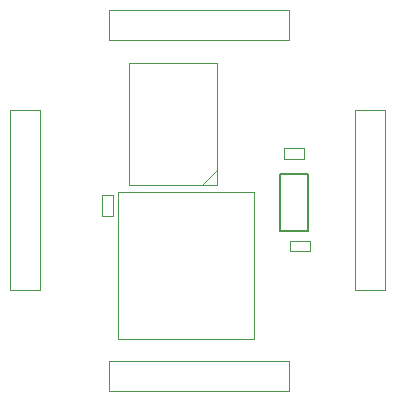
<source format=gbr>
G04*
G04 #@! TF.GenerationSoftware,Altium Limited,Altium Designer,25.8.1 (18)*
G04*
G04 Layer_Color=16711935*
%FSLAX25Y25*%
%MOIN*%
G70*
G04*
G04 #@! TF.SameCoordinates,8B26A7FC-FD43-4694-A22A-0022FF1C5016*
G04*
G04*
G04 #@! TF.FilePolarity,Positive*
G04*
G01*
G75*
%ADD10C,0.00787*%
%ADD11C,0.00394*%
D10*
X430315Y304724D02*
Y323622D01*
X420866D02*
X430315D01*
X420866Y304724D02*
Y323622D01*
Y304724D02*
X430315D01*
D11*
X370374Y319902D02*
X399902D01*
X370374D02*
Y360453D01*
X399902D01*
Y319902D02*
Y360453D01*
X394902Y319902D02*
X399902Y324902D01*
X412205Y268701D02*
Y317520D01*
X366929Y268701D02*
X412205D01*
X366929D02*
Y317520D01*
X412205D01*
X424213Y297835D02*
X430905D01*
X424213Y301378D02*
X430905D01*
Y297835D02*
Y301378D01*
X424213Y297835D02*
Y301378D01*
X363661Y251299D02*
X423661D01*
X363661D02*
Y261299D01*
X423661D01*
Y251299D02*
Y261299D01*
X330827Y285000D02*
Y345000D01*
X340827D01*
Y285000D02*
Y345000D01*
X330827Y285000D02*
X340827D01*
X455787Y284842D02*
Y344843D01*
X445787Y284842D02*
X455787D01*
X445787D02*
Y344843D01*
X455787D01*
X363661Y378228D02*
X423661D01*
Y368228D02*
Y378228D01*
X363661Y368228D02*
X423661D01*
X363661D02*
Y378228D01*
X422244Y332087D02*
X428937D01*
X422244Y328543D02*
X428937D01*
X422244D02*
Y332087D01*
X428937Y328543D02*
Y332087D01*
X361614Y316437D02*
X365158D01*
X361614Y309744D02*
X365158D01*
Y316437D01*
X361614Y309744D02*
Y316437D01*
M02*

</source>
